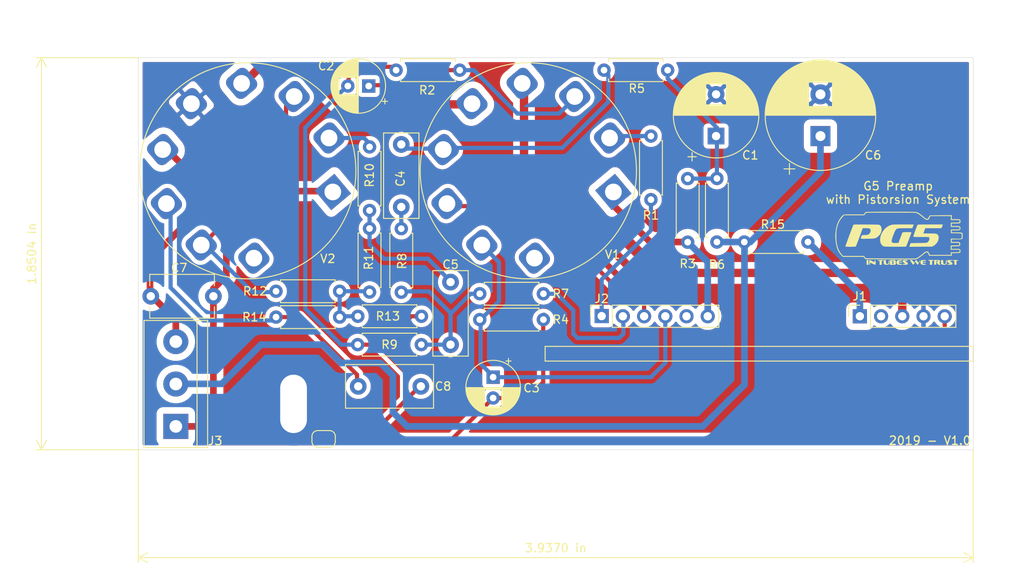
<source format=kicad_pcb>
(kicad_pcb (version 20171130) (host pcbnew "(5.1.0)-1")
  (title_block (title "Preamp G5 with Pistortion System") (date 2019-04-21) (rev RC1) (company http://www.projetg5.com) (comment 2 "Licence under Creative Commons BY-NC-SA 4.0") (comment 3 "with A-wai Amplification and LemonAmps") (comment 4 http://www.projetg5.com))
  (layers (0 F.Cu signal) (31 B.Cu signal) (34 B.Paste user) (35 F.Paste user) (36 B.SilkS user) (37 F.SilkS user) (38 B.Mask user) (39 F.Mask user) (44 Edge.Cuts user))
  (net 0 "")
  (net 1 "Net-(C1-Pad1)")
  (net 2 GNDS)
  (net 3 "Net-(C2-Pad1)")
  (net 4 "Net-(C8-Pad1)")
  (net 5 /HT2)
  (net 6 "Net-(R1-Pad1)")
  (net 7 "Net-(R10-Pad1)")
  (net 8 "Net-(R11-Pad1)")
  (net 9 "Net-(R12-Pad1)")
  (net 10 /A_V1A)
  (net 11 /A+)
  (net 12 /A_V2A)
  (net 13 /A_V2B)
  (net 14 /HEATER2)
  (net 15 /K_V1B)
  (net 16 /IN)
  (net 17 /G_V1B)
  (net 18 GNDREF)
  (net 19 "Net-(C4-Pad2)")
  (net 20 "Net-(C4-Pad1)")
  (net 21 "Net-(C5-Pad2)")
  (net 22 "Net-(C5-Pad1)")
  (net 23 /BOOST)
  (net 24 /24VDC)
  (net 25 "Net-(J1-Pad2)")
  (net 26 "Net-(J2-Pad5)")
  (net 27 "Net-(U1-Pad9)")
  (net 28 "Net-(U2-Pad9)")
  (module MountingHole:MountingHole_3.2mm_M3_Pad (layer F.Cu) (at 48.6 94.5)
    (fp_text reference REF** hide)
    (fp_text value MountingHole_3.2mm_M3_Pad)
    (pad 1 thru_hole oval (at 0 0) (size 6.4 10) (drill oval 3.2 7) (layers *.Cu *.Mask) (net 18 GNDREF))
  )
  (module Symbol:PG5_Logo_15mm_SilkScreen (layer F.Cu) (at 121.1 74.4)
    (fp_text reference REF** hide)
    (fp_text value PG5_Logo_15mm_SilkScreen hide)
  )
  (module Connector_PinSocket_2.54mm:PinSocket_1x05_P2.54mm_Vertical (layer F.Cu) (at 116.42 84 90)
    (fp_text reference J1 (at 2.4 -0.02 180) (layer F.SilkS))
    (fp_text value PSU_TUBE)
    (pad 5 thru_hole oval (at 0 10.16 90) (size 1.7 1.7) (drill 1) (layers *.Cu *.Mask) (net 2 GNDS))
    (pad 4 thru_hole oval (at 0 7.62 90) (size 1.7 1.7) (drill 1) (layers *.Cu *.Mask) (net 18 GNDREF))
    (pad 3 thru_hole oval (at 0 5.08 90) (size 1.7 1.7) (drill 1) (layers *.Cu *.Mask) (net 24 /24VDC))
    (pad 2 thru_hole oval (at 0 2.54 90) (size 1.7 1.7) (drill 1) (layers *.Cu *.Mask) (net 25 "Net-(J1-Pad2)"))
    (pad 1 thru_hole rect (at 0 0 90) (size 1.7 1.7) (drill 1) (layers *.Cu *.Mask) (net 5 /HT2))
  )
  (module Resistor_THT:R_Axial_DIN0207_L6.3mm_D2.5mm_P7.62mm_Horizontal (layer F.Cu) (at 63.9 87.4 180)
    (fp_text reference R9 (at 3.81 0 180) (layer F.SilkS))
    (fp_text value 470k)
    (pad 2 thru_hole oval (at 7.62 0 180) (size 1.6 1.6) (drill 0.8) (layers *.Cu *.Mask) (net 2 GNDS))
    (pad 1 thru_hole circle (at 0 0 180) (size 1.6 1.6) (drill 0.8) (layers *.Cu *.Mask) (net 21 "Net-(C5-Pad2)"))
  )
  (module Resistor_THT:R_Axial_DIN0207_L6.3mm_D2.5mm_P7.62mm_Horizontal (layer F.Cu) (at 61.5 73.5 270)
    (fp_text reference R8 (at 3.9 -0.1 270) (layer F.SilkS))
    (fp_text value 470k)
    (pad 2 thru_hole oval (at 7.62 0 270) (size 1.6 1.6) (drill 0.8) (layers *.Cu *.Mask) (net 21 "Net-(C5-Pad2)"))
    (pad 1 thru_hole circle (at 0 0 270) (size 1.6 1.6) (drill 0.8) (layers *.Cu *.Mask) (net 20 "Net-(C4-Pad1)"))
  )
  (module Resistor_THT:R_Axial_DIN0207_L6.3mm_D2.5mm_P7.62mm_Horizontal (layer F.Cu) (at 70.9 81.3)
    (fp_text reference R7 (at 9.7 0) (layer F.SilkS))
    (fp_text value 100k)
    (pad 2 thru_hole oval (at 7.62 0) (size 1.6 1.6) (drill 0.8) (layers *.Cu *.Mask) (net 23 /BOOST))
    (pad 1 thru_hole circle (at 0 0) (size 1.6 1.6) (drill 0.8) (layers *.Cu *.Mask) (net 21 "Net-(C5-Pad2)"))
  )
  (module Capacitor_THT:CP_Radial_D13.0mm_P5.00mm (layer F.Cu) (at 111.7 62.4 90)
    (fp_text reference C6 (at -2.3 6.3 -180) (layer F.SilkS))
    (fp_text value 22µF/350v)
    (pad 1 thru_hole rect (at 0 0 90) (size 2.4 2.4) (drill 1.2) (layers *.Cu *.Mask) (net 11 /A+))
    (pad 2 thru_hole circle (at 5 0 90) (size 2.4 2.4) (drill 1.2) (layers *.Cu *.Mask) (net 18 GNDREF))
  )
  (module ProjectLib:Valve_Noval-B9A_Belton-VT9-PT_Socket (layer F.Cu) (at 86.9 69.1 220)
    (fp_text reference V1 (at 4.897512 -5.681055) (layer F.SilkS))
    (fp_text value ECC83)
    (pad 9 thru_hole roundrect (at 12.34 0 220) (size 3.1 3.1) (drill 2) (layers *.Cu *.Mask) (net 27 "Net-(U1-Pad9)"))
    (pad 8 thru_hole roundrect (at 16.16 5.25 220) (size 3.1 3.1) (drill 2) (layers *.Cu *.Mask) (net 15 /K_V1B))
    (pad 7 thru_hole roundrect (at 16.16 11.74 220) (size 3.1 3.1) (drill 2) (layers *.Cu *.Mask) (net 17 /G_V1B))
    (pad 6 thru_hole roundrect (at 12.34 16.99 220) (size 3.1 3.1) (drill 2) (layers *.Cu *.Mask) (net 19 "Net-(C4-Pad2)"))
    (pad 5 thru_hole roundrect (at 6.17 18.99 220) (size 3.1 3.1) (drill 2) (layers *.Cu *.Mask) (net 14 /HEATER2))
    (pad 4 thru_hole roundrect (at 0 16.99 220) (size 3.1 3.1) (drill 2) (layers *.Cu *.Mask) (net 24 /24VDC))
    (pad 3 thru_hole roundrect (at -3.81 11.74 220) (size 3.1 3.1) (drill 2) (layers *.Cu *.Mask) (net 3 "Net-(C2-Pad1)"))
    (pad 2 thru_hole roundrect (at -3.81 5.25 220) (size 3.1 3.1) (drill 2) (layers *.Cu *.Mask) (net 6 "Net-(R1-Pad1)"))
    (pad 1 thru_hole rect (at 0 0 220) (size 3.1 3.1) (drill 2) (layers *.Cu *.Mask) (net 10 /A_V1A))
  )
  (module ProjectLib:Valve_Noval-B9A_Belton-VT9-PT_Socket (layer F.Cu) (at 53.3 69.1 220)
    (fp_text reference V2 (at 5.601928 -5.742683) (layer F.SilkS))
    (fp_text value ECC83)
    (pad 9 thru_hole roundrect (at 12.34 0 220) (size 3.1 3.1) (drill 2) (layers *.Cu *.Mask) (net 28 "Net-(U2-Pad9)"))
    (pad 8 thru_hole roundrect (at 16.16 5.25 220) (size 3.1 3.1) (drill 2) (layers *.Cu *.Mask) (net 9 "Net-(R12-Pad1)"))
    (pad 7 thru_hole roundrect (at 16.16 11.74 220) (size 3.1 3.1) (drill 2) (layers *.Cu *.Mask) (net 4 "Net-(C8-Pad1)"))
    (pad 6 thru_hole roundrect (at 12.34 16.99 220) (size 3.1 3.1) (drill 2) (layers *.Cu *.Mask) (net 12 /A_V2A))
    (pad 5 thru_hole roundrect (at 6.17 18.99 220) (size 3.1 3.1) (drill 2) (layers *.Cu *.Mask) (net 18 GNDREF))
    (pad 4 thru_hole roundrect (at 0 16.99 220) (size 3.1 3.1) (drill 2) (layers *.Cu *.Mask) (net 14 /HEATER2))
    (pad 3 thru_hole roundrect (at -3.81 11.74 220) (size 3.1 3.1) (drill 2) (layers *.Cu *.Mask) (net 9 "Net-(R12-Pad1)"))
    (pad 2 thru_hole roundrect (at -3.81 5.25 220) (size 3.1 3.1) (drill 2) (layers *.Cu *.Mask) (net 7 "Net-(R10-Pad1)"))
    (pad 1 thru_hole rect (at 0 0 220) (size 3.1 3.1) (drill 2) (layers *.Cu *.Mask) (net 13 /A_V2B))
  )
  (module Jumper:SolderJumper-2_P1.3mm_Bridged_RoundedPad1.0x1.5mm (layer F.Cu) (at 52.2 98.7)
    (fp_text reference JP1 hide)
    (fp_text value Jumper)
    (fp_poly (pts (xy 0.25 -0.3) (xy -0.25 -0.3) (xy -0.25 0.3) (xy 0.25 0.3)) (layer F.Cu) (width 0))
    (pad 1 smd custom (at -0.65 0) (size 1 0.5) (layers F.Cu F.Mask) (net 18 GNDREF) (options (clearance outline) (anchor rect)) (primitives (gr_circle (center 0 0.25) (end 0.5 0.25) (width 0)) (gr_circle (center 0 -0.25) (end 0.5 -0.25) (width 0)) (gr_poly (pts (xy 0 -0.75) (xy 0.5 -0.75) (xy 0.5 0.75) (xy 0 0.75)) (width 0))))
    (pad 2 smd custom (at 0.65 0) (size 1 0.5) (layers F.Cu F.Mask) (net 2 GNDS) (options (clearance outline) (anchor rect)) (primitives (gr_circle (center 0 0.25) (end 0.5 0.25) (width 0)) (gr_circle (center 0 -0.25) (end 0.5 -0.25) (width 0)) (gr_poly (pts (xy 0 -0.75) (xy -0.5 -0.75) (xy -0.5 0.75) (xy 0 0.75)) (width 0))))
  )
  (module Capacitor_THT:CP_Radial_D10.0mm_P5.00mm (layer F.Cu) (at 99.2 62.4 90)
    (fp_text reference C1 (at -2.3 4.1) (layer F.SilkS))
    (fp_text value 10µF/350v)
    (pad 1 thru_hole rect (at 0 0 90) (size 2 2) (drill 1) (layers *.Cu *.Mask) (net 1 "Net-(C1-Pad1)"))
    (pad 2 thru_hole circle (at 5 0 90) (size 2 2) (drill 1) (layers *.Cu *.Mask) (net 18 GNDREF))
  )
  (module Capacitor_THT:CP_Radial_D6.3mm_P2.50mm (layer F.Cu) (at 72.5 91.3 270)
    (fp_text reference C3 (at 1.3 -4.6) (layer F.SilkS))
    (fp_text value 1µF/25v)
    (pad 2 thru_hole circle (at 2.5 0 270) (size 1.6 1.6) (drill 0.8) (layers *.Cu *.Mask) (net 2 GNDS))
    (pad 1 thru_hole rect (at 0 0 270) (size 1.6 1.6) (drill 0.8) (layers *.Cu *.Mask) (net 15 /K_V1B))
  )
  (module Capacitor_THT:C_Disc_D7.5mm_W5.0mm_P7.50mm (layer F.Cu) (at 31.5 81.6)
    (fp_text reference C7 (at 3.4 -3.4) (layer F.SilkS))
    (fp_text value 100pF)
    (pad 1 thru_hole circle (at 0 0) (size 2 2) (drill 1) (layers *.Cu *.Mask) (net 12 /A_V2A))
    (pad 2 thru_hole circle (at 7.5 0) (size 2 2) (drill 1) (layers *.Cu *.Mask) (net 13 /A_V2B))
  )
  (module Resistor_THT:R_Axial_DIN0207_L6.3mm_D2.5mm_P7.62mm_Horizontal (layer F.Cu) (at 91.4 62.4 270)
    (fp_text reference R1 (at 9.5 0) (layer F.SilkS))
    (fp_text value 33k)
    (pad 1 thru_hole circle (at 0 0 270) (size 1.6 1.6) (drill 0.8) (layers *.Cu *.Mask) (net 6 "Net-(R1-Pad1)"))
    (pad 2 thru_hole oval (at 7.62 0 270) (size 1.6 1.6) (drill 0.8) (layers *.Cu *.Mask) (net 16 /IN))
  )
  (module Resistor_THT:R_Axial_DIN0207_L6.3mm_D2.5mm_P7.62mm_Horizontal (layer F.Cu) (at 68.5 54.5 180)
    (fp_text reference R2 (at 3.9 -2.4) (layer F.SilkS))
    (fp_text value 1.8k)
    (pad 2 thru_hole oval (at 7.62 0 180) (size 1.6 1.6) (drill 0.8) (layers *.Cu *.Mask) (net 2 GNDS))
    (pad 1 thru_hole circle (at 0 0 180) (size 1.6 1.6) (drill 0.8) (layers *.Cu *.Mask) (net 3 "Net-(C2-Pad1)"))
  )
  (module Resistor_THT:R_Axial_DIN0207_L6.3mm_D2.5mm_P7.62mm_Horizontal (layer F.Cu) (at 95.8 67.5 270)
    (fp_text reference R3 (at 10.2 0) (layer F.SilkS))
    (fp_text value 120k)
    (pad 1 thru_hole circle (at 0 0 270) (size 1.6 1.6) (drill 0.8) (layers *.Cu *.Mask) (net 1 "Net-(C1-Pad1)"))
    (pad 2 thru_hole oval (at 7.62 0 270) (size 1.6 1.6) (drill 0.8) (layers *.Cu *.Mask) (net 10 /A_V1A))
  )
  (module Resistor_THT:R_Axial_DIN0207_L6.3mm_D2.5mm_P7.62mm_Horizontal (layer F.Cu) (at 70.9 84.4)
    (fp_text reference R4 (at 9.7 0) (layer F.SilkS))
    (fp_text value 1.8k)
    (pad 2 thru_hole oval (at 7.62 0) (size 1.6 1.6) (drill 0.8) (layers *.Cu *.Mask) (net 2 GNDS))
    (pad 1 thru_hole circle (at 0 0) (size 1.6 1.6) (drill 0.8) (layers *.Cu *.Mask) (net 15 /K_V1B))
  )
  (module Resistor_THT:R_Axial_DIN0207_L6.3mm_D2.5mm_P7.62mm_Horizontal (layer F.Cu) (at 93.4 54.5 180)
    (fp_text reference R5 (at 3.7 -2.2) (layer F.SilkS))
    (fp_text value 100k)
    (pad 1 thru_hole circle (at 0 0 180) (size 1.6 1.6) (drill 0.8) (layers *.Cu *.Mask) (net 1 "Net-(C1-Pad1)"))
    (pad 2 thru_hole oval (at 7.62 0 180) (size 1.6 1.6) (drill 0.8) (layers *.Cu *.Mask) (net 19 "Net-(C4-Pad2)"))
  )
  (module Resistor_THT:R_Axial_DIN0207_L6.3mm_D2.5mm_P7.62mm_Horizontal (layer F.Cu) (at 99.3 75.1 90)
    (fp_text reference R6 (at -2.7 0 -180) (layer F.SilkS))
    (fp_text value 1k)
    (pad 1 thru_hole circle (at 0 0 90) (size 1.6 1.6) (drill 0.8) (layers *.Cu *.Mask) (net 11 /A+))
    (pad 2 thru_hole oval (at 7.62 0 90) (size 1.6 1.6) (drill 0.8) (layers *.Cu *.Mask) (net 1 "Net-(C1-Pad1)"))
  )
  (module Resistor_THT:R_Axial_DIN0207_L6.3mm_D2.5mm_P7.62mm_Horizontal (layer F.Cu) (at 57.7 63.7 270)
    (fp_text reference R10 (at 3.4 0 270) (layer F.SilkS))
    (fp_text value 10k)
    (pad 2 thru_hole oval (at 7.62 0 270) (size 1.6 1.6) (drill 0.8) (layers *.Cu *.Mask) (net 22 "Net-(C5-Pad1)"))
    (pad 1 thru_hole circle (at 0 0 270) (size 1.6 1.6) (drill 0.8) (layers *.Cu *.Mask) (net 7 "Net-(R10-Pad1)"))
  )
  (module Resistor_THT:R_Axial_DIN0207_L6.3mm_D2.5mm_P7.62mm_Horizontal (layer F.Cu) (at 57.7 81.1 90)
    (fp_text reference R11 (at 4.1 -0.1 90) (layer F.SilkS))
    (fp_text value 1M)
    (pad 1 thru_hole circle (at 0 0 90) (size 1.6 1.6) (drill 0.8) (layers *.Cu *.Mask) (net 8 "Net-(R11-Pad1)"))
    (pad 2 thru_hole oval (at 7.62 0 90) (size 1.6 1.6) (drill 0.8) (layers *.Cu *.Mask) (net 22 "Net-(C5-Pad1)"))
  )
  (module Resistor_THT:R_Axial_DIN0207_L6.3mm_D2.5mm_P7.62mm_Horizontal (layer F.Cu) (at 46.5 81)
    (fp_text reference R12 (at -2.5 0) (layer F.SilkS))
    (fp_text value 1k)
    (pad 2 thru_hole oval (at 7.62 0) (size 1.6 1.6) (drill 0.8) (layers *.Cu *.Mask) (net 8 "Net-(R11-Pad1)"))
    (pad 1 thru_hole circle (at 0 0) (size 1.6 1.6) (drill 0.8) (layers *.Cu *.Mask) (net 9 "Net-(R12-Pad1)"))
  )
  (module Resistor_THT:R_Axial_DIN0207_L6.3mm_D2.5mm_P7.62mm_Horizontal (layer F.Cu) (at 56.3 84)
    (fp_text reference R13 (at 3.6 0) (layer F.SilkS))
    (fp_text value 47k)
    (pad 1 thru_hole circle (at 0 0) (size 1.6 1.6) (drill 0.8) (layers *.Cu *.Mask) (net 8 "Net-(R11-Pad1)"))
    (pad 2 thru_hole oval (at 7.62 0) (size 1.6 1.6) (drill 0.8) (layers *.Cu *.Mask) (net 2 GNDS))
  )
  (module Resistor_THT:R_Axial_DIN0207_L6.3mm_D2.5mm_P7.62mm_Horizontal (layer F.Cu) (at 46.5 84.1)
    (fp_text reference R14 (at -2.6 0) (layer F.SilkS))
    (fp_text value 1M)
    (pad 2 thru_hole oval (at 7.62 0) (size 1.6 1.6) (drill 0.8) (layers *.Cu *.Mask) (net 8 "Net-(R11-Pad1)"))
    (pad 1 thru_hole circle (at 0 0) (size 1.6 1.6) (drill 0.8) (layers *.Cu *.Mask) (net 4 "Net-(C8-Pad1)"))
  )
  (module Resistor_THT:R_Axial_DIN0207_L6.3mm_D2.5mm_P7.62mm_Horizontal (layer F.Cu) (at 110.2 75.1 180)
    (fp_text reference R15 (at 4.2 2.1) (layer F.SilkS))
    (fp_text value 1k)
    (pad 2 thru_hole oval (at 7.62 0 180) (size 1.6 1.6) (drill 0.8) (layers *.Cu *.Mask) (net 11 /A+))
    (pad 1 thru_hole circle (at 0 0 180) (size 1.6 1.6) (drill 0.8) (layers *.Cu *.Mask) (net 5 /HT2))
  )
  (module Capacitor_THT:CP_Radial_D6.3mm_P2.50mm (layer F.Cu) (at 57.6 56.4 180)
    (fp_text reference C2 (at 5.1 2.4 180) (layer F.SilkS))
    (fp_text value 22µF/25v)
    (pad 1 thru_hole rect (at 0 0 180) (size 1.6 1.6) (drill 0.8) (layers *.Cu *.Mask) (net 3 "Net-(C2-Pad1)"))
    (pad 2 thru_hole circle (at 2.5 0 180) (size 1.6 1.6) (drill 0.8) (layers *.Cu *.Mask) (net 2 GNDS))
  )
  (module TerminalBlock:TerminalBlock_bornier-3_P5.08mm (layer F.Cu) (at 34.5 97.2 90)
    (fp_text reference J3 (at -1.73 4.72 180) (layer F.SilkS))
    (fp_text value OT)
    (pad 1 thru_hole rect (at 0 0 90) (size 3 3) (drill 1.52) (layers *.Cu *.Mask) (net 13 /A_V2B))
    (pad 2 thru_hole circle (at 5.08 0 90) (size 3 3) (drill 1.52) (layers *.Cu *.Mask) (net 11 /A+))
    (pad 3 thru_hole circle (at 10.16 0 90) (size 3 3) (drill 1.52) (layers *.Cu *.Mask) (net 12 /A_V2A))
  )
  (module Connector_PinSocket_2.54mm:PinSocket_1x06_P2.54mm_Vertical (layer F.Cu) (at 85.5 84 90)
    (fp_text reference J2 (at 2.1 0 180) (layer F.SilkS))
    (fp_text value PCB_TUBE)
    (pad 1 thru_hole rect (at 0.02 0 90) (size 1.7 1.7) (drill 1) (layers *.Cu *.Mask) (net 16 /IN))
    (pad 2 thru_hole oval (at 0 2.54 90) (size 1.7 1.7) (drill 1) (layers *.Cu *.Mask) (net 23 /BOOST))
    (pad 3 thru_hole oval (at 0 5.08 90) (size 1.7 1.7) (drill 1) (layers *.Cu *.Mask) (net 17 /G_V1B))
    (pad 4 thru_hole oval (at 0 7.62 90) (size 1.7 1.7) (drill 1) (layers *.Cu *.Mask) (net 15 /K_V1B))
    (pad 5 thru_hole oval (at 0 10.16 90) (size 1.7 1.7) (drill 1) (layers *.Cu *.Mask) (net 26 "Net-(J2-Pad5)"))
    (pad 6 thru_hole oval (at 0 12.7 90) (size 1.7 1.7) (drill 1) (layers *.Cu *.Mask) (net 10 /A_V1A))
  )
  (module Capacitor_THT:C_Rect_L10.0mm_W4.0mm_P7.50mm_MKS4 (layer F.Cu) (at 61.5 70.9 90)
    (fp_text reference C4 (at 3.4 -0.1 90) (layer F.SilkS))
    (fp_text value 22nF)
    (pad 2 thru_hole circle (at 7.5 0 90) (size 2 2) (drill 1) (layers *.Cu *.Mask) (net 19 "Net-(C4-Pad2)"))
    (pad 1 thru_hole circle (at 0 0 90) (size 2 2) (drill 1) (layers *.Cu *.Mask) (net 20 "Net-(C4-Pad1)"))
  )
  (module Capacitor_THT:C_Rect_L10.0mm_W4.0mm_P7.50mm_MKS4 (layer F.Cu) (at 67.4 79.9 270)
    (fp_text reference C5 (at -2.1 0) (layer F.SilkS))
    (fp_text value 22nF)
    (pad 1 thru_hole circle (at 0 0 270) (size 2 2) (drill 1) (layers *.Cu *.Mask) (net 22 "Net-(C5-Pad1)"))
    (pad 2 thru_hole circle (at 7.5 0 270) (size 2 2) (drill 1) (layers *.Cu *.Mask) (net 21 "Net-(C5-Pad2)"))
  )
  (module Capacitor_THT:C_Rect_L10.3mm_W5.0mm_P7.50mm_MKS4 (layer F.Cu) (at 56.345 92.4)
    (fp_text reference C8 (at 10.155 0) (layer F.SilkS))
    (fp_text value 100n)
    (pad 1 thru_hole circle (at 0 0) (size 2 2) (drill 1) (layers *.Cu *.Mask) (net 4 "Net-(C8-Pad1)"))
    (pad 2 thru_hole circle (at 7.5 0) (size 2 2) (drill 1) (layers *.Cu *.Mask) (net 2 GNDS))
  )
  (gr_text "2019 - V1.0" (at 124.8 98.9) (layer F.SilkS) (effects (font (size 1 1))))
  (gr_text "G5 Preamp\nwith Pistorsion System" (at 121 69.2) (layer F.SilkS) (effects (font (size 1 1))))
  (dimension 100 (width 0.12) (layer F.SilkS) (gr_text "100,000 mm" (at 80 114.2) (layer F.SilkS) (effects (font (size 1 1) (thickness 0.15)))) (feature1 (pts (xy 130 100) (xy 130 113.516421))) (feature2 (pts (xy 30 100) (xy 30 113.516421))) (crossbar (pts (xy 30 112.93) (xy 130 112.93))) (arrow1a (pts (xy 130 112.93) (xy 128.873496 113.516421))) (arrow1b (pts (xy 130 112.93) (xy 128.873496 112.343579))) (arrow2a (pts (xy 30 112.93) (xy 31.126504 113.516421))) (arrow2b (pts (xy 30 112.93) (xy 31.126504 112.343579))))
  (dimension 47 (width 0.12) (layer F.SilkS) (gr_text "47,000 mm" (at 17.14 76.5 270) (layer F.SilkS) (effects (font (size 1 1) (thickness 0.15)))) (feature1 (pts (xy 30 100) (xy 17.823579 100))) (feature2 (pts (xy 30 53) (xy 17.823579 53))) (crossbar (pts (xy 18.41 53) (xy 18.41 100))) (arrow1a (pts (xy 18.41 100) (xy 17.823579 98.873496))) (arrow1b (pts (xy 18.41 100) (xy 18.996421 98.873496))) (arrow2a (pts (xy 18.41 53) (xy 17.823579 54.126504))) (arrow2b (pts (xy 18.41 53) (xy 18.996421 54.126504))))
  (gr_line (start 80.01 87.61) (end 78.73 87.61) (layer F.SilkS) (width 0.12))
  (gr_line (start 130 87.61) (end 130 89.36) (layer F.SilkS) (width 0.12))
  (gr_line (start 80 87.61) (end 129.99 87.61) (layer F.SilkS) (width 0.12))
  (gr_line (start 78.73 87.61) (end 78.73 89.37) (layer F.SilkS) (width 0.12))
  (gr_line (start 129.99 89.37) (end 78.74 89.37) (layer F.SilkS) (width 0.12))
  (gr_line (start 30 100) (end 30 53) (layer Edge.Cuts) (width 0.05))
  (gr_line (start 130 100) (end 30 100) (layer Edge.Cuts) (width 0.05))
  (gr_line (start 130 53) (end 130 100) (layer Edge.Cuts) (width 0.05))
  (gr_line (start 30 53) (end 130 53) (layer Edge.Cuts) (width 0.05))
  (segment (start 95.8 67.5) (end 99.3 67.5) (width 0.5) (layer B.Cu) (net 1))
  (segment (start 96.2 67.1) (end 95.8 67.5) (width 0.5) (layer B.Cu) (net 1))
  (segment (start 99.3 67.48) (end 99.3 62.4) (width 0.5) (layer B.Cu) (net 1))
  (segment (start 99.3 61.4) (end 99.3 62.4) (width 0.5) (layer B.Cu) (net 1))
  (segment (start 93.4 54.6) (end 93.4 55.5) (width 0.5) (layer B.Cu) (net 1))
  (segment (start 93.4 55.5) (end 99.3 61.4) (width 0.5) (layer B.Cu) (net 1))
  (segment (start 78.6 83.8) (end 78.6 84) (width 0.5) (layer B.Cu) (net 2))
  (segment (start 60.5 54.1) (end 56 54.1) (width 0.5) (layer F.Cu) (net 2))
  (segment (start 60.9 54.5) (end 60.5 54.1) (width 0.5) (layer B.Cu) (net 2))
  (segment (start 56 54.1) (end 55.2 54.9) (width 0.5) (layer F.Cu) (net 2))
  (segment (start 55.2 54.9) (end 55.2 56.3) (width 0.5) (layer F.Cu) (net 2))
  (segment (start 54.3 87.4) (end 56.3 87.4) (width 0.5) (layer B.Cu) (net 2))
  (segment (start 50 83.1) (end 54.3 87.4) (width 0.5) (layer B.Cu) (net 2))
  (segment (start 50 61.4) (end 50 83.1) (width 0.5) (layer B.Cu) (net 2))
  (segment (start 55.2 56.3) (end 55.1 56.3) (width 0.5) (layer B.Cu) (net 2))
  (segment (start 55.1 56.3) (end 50 61.4) (width 0.5) (layer B.Cu) (net 2))
  (segment (start 52.8 98.7) (end 57.4 98.7) (width 0.5) (layer F.Cu) (net 2))
  (segment (start 67.594543 98.705457) (end 72.5 93.8) (width 0.5) (layer F.Cu) (net 2))
  (segment (start 57.4 98.7) (end 57.405457 98.705457) (width 0.5) (layer F.Cu) (net 2))
  (segment (start 57.405457 98.705457) (end 67.594543 98.705457) (width 0.5) (layer F.Cu) (net 2))
  (segment (start 60.45 95.65) (end 57.4 98.7) (width 0.5) (layer F.Cu) (net 2))
  (segment (start 63.7 92.4) (end 60.45 95.65) (width 0.5) (layer F.Cu) (net 2))
  (segment (start 63.845 92.4) (end 63.7 92.4) (width 0.5) (layer F.Cu) (net 2))
  (segment (start 74.894543 98.705457) (end 67.594543 98.705457) (width 0.5) (layer F.Cu) (net 2))
  (segment (start 119.194543 98.705457) (end 74.894543 98.705457) (width 0.5) (layer F.Cu) (net 2))
  (segment (start 126.58 84) (end 126.58 91.32) (width 0.5) (layer F.Cu) (net 2))
  (segment (start 126.58 91.32) (end 119.194543 98.705457) (width 0.5) (layer F.Cu) (net 2))
  (segment (start 78.5 91.9) (end 78.5 84.4) (width 0.5) (layer F.Cu) (net 2))
  (segment (start 76.6 93.8) (end 78.5 91.9) (width 0.5) (layer F.Cu) (net 2))
  (segment (start 76.6 93.8) (end 72.5 93.8) (width 0.5) (layer F.Cu) (net 2))
  (segment (start 58.7 87.4) (end 56.3 87.4) (width 0.5) (layer F.Cu) (net 2))
  (segment (start 62.1 90.8) (end 58.7 87.4) (width 0.5) (layer F.Cu) (net 2))
  (segment (start 62.1 94) (end 60.45 95.65) (width 0.5) (layer F.Cu) (net 2))
  (segment (start 61.641254 90.341254) (end 62.1 90.8) (width 0.5) (layer F.Cu) (net 2))
  (segment (start 62.1 90.8) (end 62.1 94) (width 0.5) (layer F.Cu) (net 2))
  (segment (start 62.1 84.6) (end 62.1 90.8) (width 0.5) (layer F.Cu) (net 2))
  (segment (start 63.92 84) (end 62.7 84) (width 0.5) (layer F.Cu) (net 2))
  (segment (start 62.7 84) (end 62.1 84.6) (width 0.5) (layer F.Cu) (net 2))
  (segment (start 66.8 54.5) (end 68.5 54.5) (width 0.5) (layer F.Cu) (net 3))
  (segment (start 65 56.3) (end 66.8 54.5) (width 0.5) (layer F.Cu) (net 3))
  (segment (start 57.7 56.4) (end 57.8 56.3) (width 0.5) (layer F.Cu) (net 3))
  (segment (start 57.8 56.3) (end 65 56.3) (width 0.5) (layer F.Cu) (net 3))
  (segment (start 82.272303 57.827697) (end 82.272303 57.457617) (width 0.5) (layer B.Cu) (net 3))
  (segment (start 80.4 59.7) (end 82.272303 57.827697) (width 0.5) (layer B.Cu) (net 3))
  (segment (start 75.4 59.7) (end 80.4 59.7) (width 0.5) (layer B.Cu) (net 3))
  (segment (start 68.5 54.5) (end 70.2 54.5) (width 0.5) (layer B.Cu) (net 3))
  (segment (start 70.2 54.5) (end 75.4 59.7) (width 0.5) (layer B.Cu) (net 3))
  (segment (start 56.2 91) (end 56.2 92.5) (width 0.5) (layer F.Cu) (net 4))
  (segment (start 46.5 84.1) (end 49.3 84.1) (width 0.5) (layer F.Cu) (net 4))
  (segment (start 49.3 84.1) (end 56.2 91) (width 0.5) (layer F.Cu) (net 4))
  (segment (start 46.2 84.5) (end 46.6 84.1) (width 0.5) (layer B.Cu) (net 4))
  (segment (start 37.8 84.5) (end 46.2 84.5) (width 0.5) (layer B.Cu) (net 4))
  (segment (start 33.874395 70.494086) (end 33.874395 80.574395) (width 0.5) (layer B.Cu) (net 4))
  (segment (start 33.874395 80.574395) (end 37.8 84.5) (width 0.5) (layer B.Cu) (net 4))
  (segment (start 116.42 81.32) (end 110.2 75.1) (width 0.8) (layer B.Cu) (net 5))
  (segment (start 116.42 84) (end 116.42 81.32) (width 0.8) (layer B.Cu) (net 5))
  (segment (start 91.4 62.4) (end 90.26863 62.4) (width 0.5) (layer B.Cu) (net 6))
  (segment (start 90.26863 62.4) (end 86.5 62.4) (width 0.5) (layer B.Cu) (net 6))
  (segment (start 53.043994 62.629246) (end 57.029246 62.629246) (width 0.5) (layer B.Cu) (net 7))
  (segment (start 57.029246 62.629246) (end 58 63.6) (width 0.5) (layer B.Cu) (net 7))
  (segment (start 58 63.6) (end 58.1 63.7) (width 0.5) (layer B.Cu) (net 7))
  (segment (start 54.12 81) (end 54.12 84.08) (width 0.5) (layer B.Cu) (net 8))
  (segment (start 54.12 84.08) (end 54.2 84) (width 0.5) (layer B.Cu) (net 8))
  (segment (start 54.2 84) (end 56.3 84) (width 0.5) (layer B.Cu) (net 8))
  (segment (start 54.12 81) (end 58.1 81) (width 0.5) (layer B.Cu) (net 8))
  (segment (start 47.701392 58.828528) (end 47.701392 65.398608) (width 0.5) (layer F.Cu) (net 9))
  (segment (start 48.872303 57.657617) (end 47.701392 58.828528) (width 0.5) (layer F.Cu) (net 9))
  (segment (start 47.701392 65.398608) (end 37.8 75.3) (width 0.5) (layer F.Cu) (net 9))
  (segment (start 38.046087 75.465714) (end 43.680373 81.1) (width 0.5) (layer B.Cu) (net 9))
  (segment (start 43.680373 81.1) (end 46.5 81.1) (width 0.5) (layer B.Cu) (net 9))
  (segment (start 98.2 84) (end 98.2 77.5) (width 0.8) (layer B.Cu) (net 10))
  (segment (start 98.2 77.5) (end 95.8 75.1) (width 0.8) (layer B.Cu) (net 10))
  (segment (start 91.3 75.1) (end 95.8 75.1) (width 0.8) (layer F.Cu) (net 10))
  (segment (start 86.9 68.9) (end 86.9 70.7) (width 0.8) (layer F.Cu) (net 10))
  (segment (start 86.9 70.7) (end 91.3 75.1) (width 0.8) (layer F.Cu) (net 10))
  (segment (start 111.7 66.7) (end 111.7 62.5) (width 0.8) (layer B.Cu) (net 11))
  (segment (start 99.3 75.1) (end 103.3 75.1) (width 0.8) (layer B.Cu) (net 11))
  (segment (start 103.3 75.1) (end 111.7 66.7) (width 0.8) (layer B.Cu) (net 11))
  (segment (start 102.6 92.2) (end 102.6 78.4) (width 0.8) (layer B.Cu) (net 11))
  (segment (start 97.6 97.2) (end 102.6 92.2) (width 0.8) (layer B.Cu) (net 11))
  (segment (start 60.5 95.5) (end 62.2 97.2) (width 0.8) (layer B.Cu) (net 11))
  (segment (start 60.5 91.1) (end 60.5 95.5) (width 0.8) (layer B.Cu) (net 11))
  (segment (start 62.2 97.2) (end 97.6 97.2) (width 0.8) (layer B.Cu) (net 11))
  (segment (start 59 89.6) (end 60.5 91.1) (width 0.8) (layer B.Cu) (net 11))
  (segment (start 34.52 92.1) (end 40 92.1) (width 0.8) (layer B.Cu) (net 11))
  (segment (start 34.5 92.12) (end 34.52 92.1) (width 0.8) (layer B.Cu) (net 11))
  (segment (start 102.6 78.4) (end 102.6 75.1) (width 0.8) (layer B.Cu) (net 11))
  (segment (start 40 92.1) (end 44.7 87.4) (width 0.8) (layer B.Cu) (net 11))
  (segment (start 44.7 87.4) (end 52.1 87.4) (width 0.8) (layer B.Cu) (net 11))
  (segment (start 52.1 87.4) (end 54.3 89.6) (width 0.8) (layer B.Cu) (net 11))
  (segment (start 54.3 89.6) (end 59 89.6) (width 0.8) (layer B.Cu) (net 11))
  (segment (start 34.5 84.44998) (end 34.5 86.9) (width 0.8) (layer F.Cu) (net 12))
  (segment (start 31.65002 81.6) (end 34.5 84.44998) (width 0.8) (layer F.Cu) (net 12))
  (segment (start 37.8 68.390854) (end 37.8 70.8) (width 0.8) (layer F.Cu) (net 12))
  (segment (start 33.42605 64.016904) (end 37.8 68.390854) (width 0.8) (layer F.Cu) (net 12))
  (segment (start 37.8 70.8) (end 31.406979 77.193021) (width 0.8) (layer F.Cu) (net 12))
  (segment (start 31.406979 77.193021) (end 31.406979 81.406979) (width 0.8) (layer F.Cu) (net 12))
  (segment (start 31.406979 81.406979) (end 31.6 81.6) (width 0.8) (layer F.Cu) (net 12))
  (segment (start 31.6 81.6) (end 31.65002 81.6) (width 0.8) (layer F.Cu) (net 12))
  (segment (start 37 97.2) (end 34.5 97.2) (width 0.8) (layer F.Cu) (net 13))
  (segment (start 39 95.2) (end 37 97.2) (width 0.8) (layer F.Cu) (net 13))
  (segment (start 53.4 69) (end 47.902725 69) (width 0.8) (layer F.Cu) (net 13))
  (segment (start 53.5 69.1) (end 53.4 69) (width 0.8) (layer F.Cu) (net 13))
  (segment (start 47.902725 69) (end 40.55 76.352725) (width 0.8) (layer F.Cu) (net 13))
  (segment (start 40.55 76.352725) (end 40.55 79.15) (width 0.8) (layer F.Cu) (net 13))
  (segment (start 40.55 79.15) (end 39 80.7) (width 0.8) (layer F.Cu) (net 13))
  (segment (start 39 80.7) (end 39 95.2) (width 0.8) (layer F.Cu) (net 13))
  (segment (start 44.37499 54.32501) (end 42.6 56.1) (width 1) (layer F.Cu) (net 14))
  (segment (start 49.82501 54.32501) (end 44.37499 54.32501) (width 1) (layer F.Cu) (net 14))
  (segment (start 54.1 58.6) (end 49.82501 54.32501) (width 1) (layer F.Cu) (net 14))
  (segment (start 69.7 58.6) (end 54.1 58.6) (width 1) (layer F.Cu) (net 14))
  (segment (start 69.966969 58.318816) (end 69.966969 58.333031) (width 1) (layer F.Cu) (net 14))
  (segment (start 69.966969 58.333031) (end 69.7 58.6) (width 1) (layer F.Cu) (net 14))
  (segment (start 93.12 89.58) (end 93.12 84) (width 0.5) (layer B.Cu) (net 15))
  (segment (start 74 91.3) (end 91.4 91.3) (width 0.5) (layer B.Cu) (net 15))
  (segment (start 91.4 91.3) (end 93.12 89.58) (width 0.5) (layer B.Cu) (net 15))
  (segment (start 72.6 91.3) (end 74 91.3) (width 0.5) (layer B.Cu) (net 15))
  (segment (start 71 89.7) (end 72.6 91.3) (width 0.5) (layer B.Cu) (net 15))
  (segment (start 71 84.4) (end 71 89.7) (width 0.5) (layer B.Cu) (net 15))
  (segment (start 73.2 82.2) (end 71 84.4) (width 0.5) (layer B.Cu) (net 15))
  (segment (start 71.146087 75.465714) (end 73.2 77.519627) (width 0.5) (layer B.Cu) (net 15))
  (segment (start 73.2 77.519627) (end 73.2 82.2) (width 0.5) (layer B.Cu) (net 15))
  (segment (start 91.4 70) (end 91.4 70.1) (width 0.5) (layer B.Cu) (net 16))
  (segment (start 91.4 73.7) (end 91.4 70) (width 0.5) (layer B.Cu) (net 16))
  (segment (start 85.5 83.98) (end 85.5 79.6) (width 0.5) (layer B.Cu) (net 16))
  (segment (start 85.5 79.6) (end 91.4 73.7) (width 0.5) (layer B.Cu) (net 16))
  (segment (start 67.3 70.8) (end 67 70.5) (width 0.5) (layer F.Cu) (net 17))
  (segment (start 77.5 70.8) (end 67.3 70.8) (width 0.5) (layer F.Cu) (net 17))
  (segment (start 88 81.3) (end 77.5 70.8) (width 0.5) (layer F.Cu) (net 17))
  (segment (start 89.7 81.3) (end 88 81.3) (width 0.5) (layer F.Cu) (net 17))
  (segment (start 90.58 84) (end 90.58 82.18) (width 0.5) (layer F.Cu) (net 17))
  (segment (start 90.58 82.18) (end 89.7 81.3) (width 0.5) (layer F.Cu) (net 17))
  (segment (start 46.8 95.8) (end 45.6 95.8) (width 0.5) (layer F.Cu) (net 18))
  (segment (start 51.5 98.7) (end 49.7 98.7) (width 0.5) (layer F.Cu) (net 18))
  (segment (start 49.7 98.7) (end 46.8 95.8) (width 0.5) (layer F.Cu) (net 18))
  (segment (start 66.5 63.9) (end 66.6 64) (width 0.5) (layer B.Cu) (net 19))
  (segment (start 61.6 63.4) (end 62.1 63.9) (width 0.5) (layer B.Cu) (net 19))
  (segment (start 62.1 63.9) (end 66.5 63.9) (width 0.5) (layer B.Cu) (net 19))
  (segment (start 86.3 55.1) (end 85.8 54.6) (width 0.5) (layer B.Cu) (net 19))
  (segment (start 86.3 58.3) (end 86.3 55.1) (width 0.5) (layer B.Cu) (net 19))
  (segment (start 66.52605 63.816904) (end 80.783096 63.816904) (width 0.5) (layer B.Cu) (net 19))
  (segment (start 80.783096 63.816904) (end 86.3 58.3) (width 0.5) (layer B.Cu) (net 19))
  (segment (start 61.5 70.4) (end 61.5 73.4) (width 0.5) (layer B.Cu) (net 20))
  (segment (start 64.82 81.02) (end 67.3 83.5) (width 0.5) (layer B.Cu) (net 21))
  (segment (start 61.5 81.02) (end 64.82 81.02) (width 0.5) (layer B.Cu) (net 21))
  (segment (start 67.3 83.5) (end 67.4 83.6) (width 0.5) (layer B.Cu) (net 21))
  (segment (start 67.4 83.6) (end 67.4 87.2) (width 0.5) (layer B.Cu) (net 21))
  (segment (start 63.8 87.4) (end 67.4 87.4) (width 0.5) (layer B.Cu) (net 21))
  (segment (start 69.8 81.3) (end 70.9 81.3) (width 0.5) (layer B.Cu) (net 21))
  (segment (start 67.4 87.4) (end 67.4 83.7) (width 0.5) (layer B.Cu) (net 21))
  (segment (start 67.4 83.7) (end 69.8 81.3) (width 0.5) (layer B.Cu) (net 21))
  (segment (start 64.7 77.1) (end 67.4 79.8) (width 0.5) (layer B.Cu) (net 22))
  (segment (start 59.4 77.1) (end 64.7 77.1) (width 0.5) (layer B.Cu) (net 22))
  (segment (start 57.7 71.4) (end 57.7 75.4) (width 0.5) (layer B.Cu) (net 22))
  (segment (start 57.7 75.4) (end 59.4 77.1) (width 0.5) (layer B.Cu) (net 22))
  (segment (start 80.1 81.3) (end 82.1 83.3) (width 0.5) (layer B.Cu) (net 23))
  (segment (start 88.1 86.1) (end 88.1 84) (width 0.5) (layer B.Cu) (net 23))
  (segment (start 78.6 81.3) (end 80.1 81.3) (width 0.5) (layer B.Cu) (net 23))
  (segment (start 82.1 86.1) (end 82.6 86.6) (width 0.5) (layer B.Cu) (net 23))
  (segment (start 82.1 83.3) (end 82.1 86.1) (width 0.5) (layer B.Cu) (net 23))
  (segment (start 82.6 86.6) (end 87.6 86.6) (width 0.5) (layer B.Cu) (net 23))
  (segment (start 87.6 86.6) (end 88.1 86.1) (width 0.5) (layer B.Cu) (net 23))
  (segment (start 76.2 55.8) (end 76.1 55.9) (width 1) (layer F.Cu) (net 24))
  (segment (start 76.2 65.5) (end 76.2 55.8) (width 1) (layer F.Cu) (net 24))
  (segment (start 89.5 78.8) (end 76.2 65.5) (width 1) (layer F.Cu) (net 24))
  (segment (start 119.5 78.8) (end 89.5 78.8) (width 1) (layer F.Cu) (net 24))
  (segment (start 121.5 84) (end 121.5 80.8) (width 1) (layer F.Cu) (net 24))
  (segment (start 121.5 80.8) (end 119.5 78.8) (width 1) (layer F.Cu) (net 24))
  (zone (net 18) (net_name GNDREF) (layer B.Cu) (connect_pads (clearance 0.508)) (min_thickness 0.254) (fill yes (arc_segments 32) (thermal_gap 0.508) (thermal_bridge_width 0.508))
    (polygon (pts (xy 27.4 51.14) (xy 27.4 103.63) (xy 133.16 103.63) (xy 133.16 50.32) (xy 27.33 50.32) (xy 27.41 51.15)))
  )
  (zone (net 18) (net_name GNDREF) (layer F.Cu) (connect_pads (clearance 0.508)) (min_thickness 0.254) (fill yes (arc_segments 32) (thermal_gap 0.508) (thermal_bridge_width 0.508))
    (polygon (pts (xy 24.93 46.86) (xy 24.08 105.58) (xy 136.08 106.36) (xy 135.23 46.09) (xy 25.08 46.79)))
  )
)
</source>
